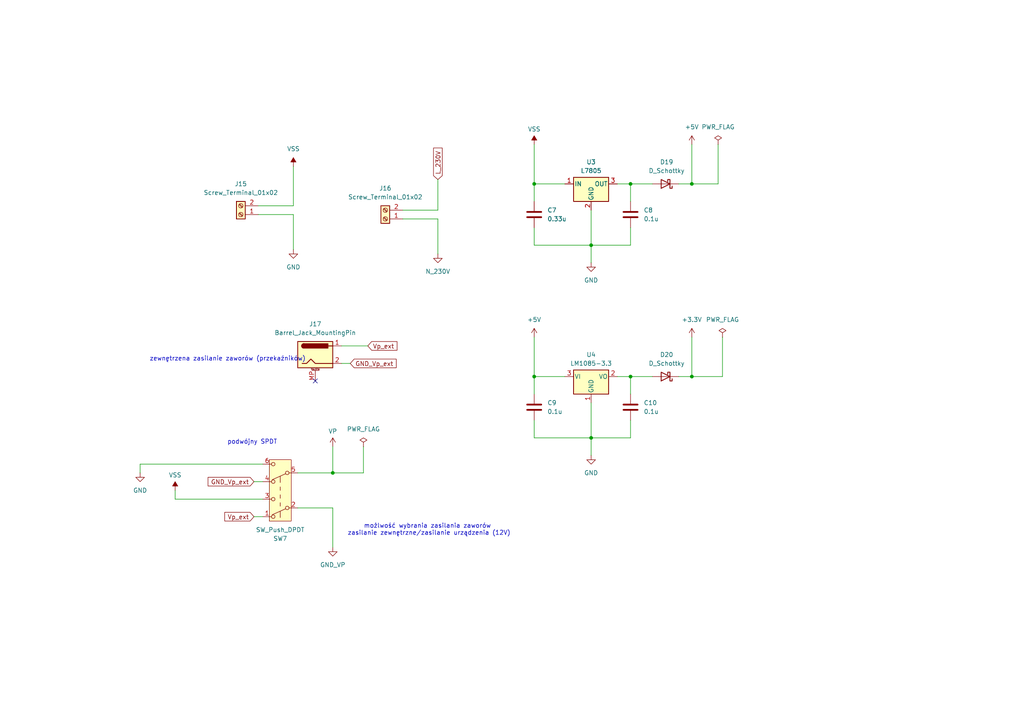
<source format=kicad_sch>
(kicad_sch (version 20250114) (generator "eeschema") (generator_version "9.0")
  (paper "A4")
  (title_block (title "Sterownik podlewania V1.1") (date "2025-10-09") (comment 1 "Praca inżynierska ") (comment 2 "Filip Gajewski"))
  (lib_symbols
    (symbol "Connector:Barrel_Jack_MountingPin" (pin_names (hide yes))
      (property "Reference" "J" (at 0 5.334 0))
      (property "Value" "Barrel_Jack_MountingPin" (at 1.27 -6.35 0))
      (symbol "Barrel_Jack_MountingPin_0_1"
        (rectangle (start -5.08 3.81) (end 5.08 -3.81) (stroke (width 0.254)) (fill (type background)))
        (polyline (pts (xy -3.81 -2.54) (xy -2.54 -2.54) (xy -1.27 -1.27) (xy 0 -2.54) (xy 2.54 -2.54) (xy 5.08 -2.54)) (stroke (width 0.254)))
        (arc (start -3.302 1.905) (mid -3.9343 2.54) (end -3.302 3.175) (stroke (width 0.254)))
        (arc (start -3.302 1.905) (mid -3.9343 2.54) (end -3.302 3.175) (stroke (width 0.254)) (fill (type outline)))
        (rectangle (start 3.683 3.175) (end -3.302 1.905) (stroke (width 0.254)) (fill (type outline)))
        (polyline (pts (xy 5.08 2.54) (xy 3.81 2.54)) (stroke (width 0.254)))
      )
      (symbol "Barrel_Jack_MountingPin_1_1"
        (polyline (pts (xy -1.016 -4.572) (xy 1.016 -4.572)) (stroke (width 0.1524)))
        (text "Mounting" (at 0 -4.191 0) (effects (font (size 0.381 0.381))))
        (pin passive line (at 0 -7.62 90) (length 3.048) (name "MountPin") (number "MP"))
        (pin passive line (at 7.62 2.54 180) (length 2.54) (name "~") (number "1"))
        (pin passive line (at 7.62 -2.54 180) (length 2.54) (name "~") (number "2"))
      )
    )
    (symbol "Connector:Screw_Terminal_01x02" (pin_names (offset 1.016) (hide yes))
      (property "Reference" "J" (at 0 2.54 0))
      (property "Value" "Screw_Terminal_01x02" (at 0 -5.08 0))
      (symbol "Screw_Terminal_01x02_1_1"
        (rectangle (start -1.27 1.27) (end 1.27 -3.81) (stroke (width 0.254)) (fill (type background)))
        (polyline (pts (xy -0.5334 0.3302) (xy 0.3302 -0.508)) (stroke (width 0.1524)))
        (polyline (pts (xy -0.5334 -2.2098) (xy 0.3302 -3.048)) (stroke (width 0.1524)))
        (polyline (pts (xy -0.3556 0.508) (xy 0.508 -0.3302)) (stroke (width 0.1524)))
        (polyline (pts (xy -0.3556 -2.032) (xy 0.508 -2.8702)) (stroke (width 0.1524)))
        (circle (center 0 0) (radius 0.635) (stroke (width 0.1524)))
        (circle (center 0 -2.54) (radius 0.635) (stroke (width 0.1524)))
        (pin passive line (at -5.08 0 0) (length 3.81) (name "Pin_1") (number "1"))
        (pin passive line (at -5.08 -2.54 0) (length 3.81) (name "Pin_2") (number "2"))
      )
    )
    (symbol "Device:C" (pin_numbers (hide yes)) (pin_names (offset 0.254))
      (property "Reference" "C" (at 0.635 2.54 0))
      (property "Value" "C" (at 0.635 -2.54 0))
      (symbol "C_0_1"
        (polyline (pts (xy -2.032 0.762) (xy 2.032 0.762)) (stroke (width 0.508)))
        (polyline (pts (xy -2.032 -0.762) (xy 2.032 -0.762)) (stroke (width 0.508)))
      )
      (symbol "C_1_1"
        (pin passive line (at 0 3.81 270) (length 2.794) (name "~") (number "1"))
        (pin passive line (at 0 -3.81 90) (length 2.794) (name "~") (number "2"))
      )
    )
    (symbol "Device:D_Schottky" (pin_numbers (hide yes)) (pin_names (offset 1.016) (hide yes))
      (property "Reference" "D" (at 0 2.54 0))
      (property "Value" "D_Schottky" (at 0 -2.54 0))
      (symbol "D_Schottky_0_1"
        (polyline (pts (xy -1.905 0.635) (xy -1.905 1.27) (xy -1.27 1.27) (xy -1.27 -1.27) (xy -0.635 -1.27) (xy -0.635 -0.635)) (stroke (width 0.254)))
        (polyline (pts (xy 1.27 1.27) (xy 1.27 -1.27) (xy -1.27 0) (xy 1.27 1.27)) (stroke (width 0.254)))
        (polyline (pts (xy 1.27 0) (xy -1.27 0)))
      )
      (symbol "D_Schottky_1_1"
        (pin passive line (at -3.81 0 0) (length 2.54) (name "K") (number "1"))
        (pin passive line (at 3.81 0 180) (length 2.54) (name "A") (number "2"))
      )
    )
    (symbol "Regulator_Linear:L7805" (pin_names (offset 0.254))
      (property "Reference" "U" (at -3.81 3.175 0))
      (property "Value" "L7805" (at 0 3.175 0))
      (symbol "L7805_0_1"
        (rectangle (start -5.08 1.905) (end 5.08 -5.08) (stroke (width 0.254)) (fill (type background)))
      )
      (symbol "L7805_1_1"
        (pin power_in line (at -7.62 0 0) (length 2.54) (name "IN") (number "1"))
        (pin power_in line (at 0 -7.62 90) (length 2.54) (name "GND") (number "2"))
        (pin power_out line (at 7.62 0 180) (length 2.54) (name "OUT") (number "3"))
      )
    )
    (symbol "Regulator_Linear:LM1085-3.3" (pin_names (offset 0.254))
      (property "Reference" "U" (at -3.81 3.175 0))
      (property "Value" "LM1085-3.3" (at 0 3.175 0))
      (symbol "LM1085-3.3_0_1"
        (rectangle (start -5.08 1.905) (end 5.08 -5.08) (stroke (width 0.254)) (fill (type background)))
      )
      (symbol "LM1085-3.3_1_1"
        (pin power_in line (at -7.62 0 0) (length 2.54) (name "VI") (number "3"))
        (pin power_in line (at 0 -7.62 90) (length 2.54) (name "GND") (number "1"))
        (pin power_out line (at 7.62 0 180) (length 2.54) (name "VO") (number "2"))
      )
    )
    (symbol "Switch:SW_Push_DPDT" (pin_names (offset 0) (hide yes))
      (property "Reference" "SW" (at 0 10.16 0))
      (property "Value" "SW_Push_DPDT" (at 0 -10.16 0))
      (symbol "SW_Push_DPDT_0_0"
        (circle (center -2.032 5.08) (radius 0.508))
        (circle (center -2.032 -5.08) (radius 0.508))
        (circle (center 2.032 2.54) (radius 0.508))
        (circle (center 2.032 -7.62) (radius 0.508))
      )
      (symbol "SW_Push_DPDT_0_1"
        (polyline (pts (xy -1.524 5.334) (xy 2.3368 7.0612)))
        (polyline (pts (xy -1.524 -4.826) (xy 2.3368 -3.0988)))
        (polyline (pts (xy 0 7.874) (xy 0 6.096)))
        (polyline (pts (xy 0 3.556) (xy 0 4.572)))
        (polyline (pts (xy 0 1.27) (xy 0 2.286)))
        (polyline (pts (xy 0 -1.016) (xy 0 0)))
        (polyline (pts (xy 0 -2.286) (xy 0 -4.064)))
        (circle (center 2.032 7.62) (radius 0.508))
        (circle (center 2.032 -2.54) (radius 0.508))
      )
      (symbol "SW_Push_DPDT_1_1"
        (rectangle (start -3.175 8.89) (end 3.175 -8.89) (fill (type background)))
        (pin passive line (at -5.08 5.08 0) (length 2.54) (name "B") (number "2"))
        (pin passive line (at -5.08 -5.08 0) (length 2.54) (name "B") (number "5"))
        (pin passive line (at 5.08 7.62 180) (length 2.54) (name "A") (number "1"))
        (pin passive line (at 5.08 2.54 180) (length 2.54) (name "C") (number "3"))
        (pin passive line (at 5.08 -2.54 180) (length 2.54) (name "A") (number "4"))
        (pin passive line (at 5.08 -7.62 180) (length 2.54) (name "C") (number "6"))
      )
    )
    (symbol "power:+5V" (power) (pin_numbers (hide yes)) (pin_names (offset 0) (hide yes))
      (property "Value" "+5V" (at 0 3.556 0))
      (symbol "+5V_0_1"
        (polyline (pts (xy -0.762 1.27) (xy 0 2.54)))
        (polyline (pts (xy 0 2.54) (xy 0.762 1.27)))
        (polyline (pts (xy 0 0) (xy 0 2.54)))
      )
      (symbol "+5V_1_1"
        (pin power_in line (at 0 0 90) (length 0) (name "~") (number "1"))
      )
    )
    (symbol "power:GND" (power) (pin_numbers (hide yes)) (pin_names (offset 0) (hide yes))
      (property "Value" "GND" (at 0 -3.81 0))
      (symbol "GND_0_1"
        (polyline (pts (xy 0 0) (xy 0 -1.27) (xy 1.27 -1.27) (xy 0 -2.54) (xy -1.27 -1.27) (xy 0 -1.27)))
      )
      (symbol "GND_1_1"
        (pin power_in line (at 0 0 270) (length 0) (name "~") (number "1"))
      )
    )
    (symbol "power:PWR_FLAG" (power) (pin_numbers (hide yes)) (pin_names (offset 0) (hide yes))
      (property "Value" "PWR_FLAG" (at 0 3.81 0))
      (symbol "PWR_FLAG_0_0"
        (pin power_out line (at 0 0 90) (length 0) (name "~") (number "1"))
      )
      (symbol "PWR_FLAG_0_1"
        (polyline (pts (xy 0 0) (xy 0 1.27) (xy -1.016 1.905) (xy 0 2.54) (xy 1.016 1.905) (xy 0 1.27)))
      )
    )
    (symbol "power:VPP" (power) (pin_numbers (hide yes)) (pin_names (offset 0) (hide yes))
      (property "Value" "VPP" (at 0 3.556 0))
      (symbol "VPP_0_1"
        (polyline (pts (xy -0.762 1.27) (xy 0 2.54)))
        (polyline (pts (xy 0 2.54) (xy 0.762 1.27)))
        (polyline (pts (xy 0 0) (xy 0 2.54)))
      )
      (symbol "VPP_1_1"
        (pin power_in line (at 0 0 90) (length 0) (name "~") (number "1"))
      )
    )
    (symbol "power:VSS" (power) (pin_numbers (hide yes)) (pin_names (offset 0) (hide yes))
      (property "Value" "VSS" (at 0 3.556 0))
      (symbol "VSS_0_1"
        (polyline (pts (xy 0 0) (xy 0 2.54)))
        (polyline (pts (xy 0.762 1.27) (xy -0.762 1.27) (xy 0 2.54) (xy 0.762 1.27)) (fill (type outline)))
      )
      (symbol "VSS_1_1"
        (pin power_in line (at 0 0 90) (length 0) (name "~") (number "1"))
      )
    )
  )
  (text "możlwość wybrania zasilania zaworów \nzasilanie zewnętrzne/zasilanie urządzenia (12V)" (at 124.46 153.67 0) (effects (font (size 1.27 1.27))))
  (text "zewnętrzena zasilanie zaworów (przekaźników)\n" (at 66.04 104.14 0) (effects (font (size 1.27 1.27))))
  (text "podwójny SPDT " (at 73.66 128.27 0) (effects (font (size 1.27 1.27))))
  (junction (at 171.45 71.12))
  (junction (at 182.88 109.22))
  (junction (at 200.66 53.34))
  (junction (at 154.94 53.34))
  (junction (at 96.52 137.16))
  (junction (at 154.94 109.22))
  (junction (at 171.45 127))
  (junction (at 182.88 53.34))
  (junction (at 200.66 109.22))
  (no_connect (at 91.44 110.49))
  (wire (pts (xy 171.45 127) (xy 171.45 132.08)))
  (wire (pts (xy 171.45 127) (xy 182.88 127)))
  (wire (pts (xy 154.94 114.3) (xy 154.94 109.22)))
  (wire (pts (xy 105.41 137.16) (xy 96.52 137.16)))
  (wire (pts (xy 96.52 129.54) (xy 96.52 137.16)))
  (wire (pts (xy 127 52.07) (xy 127 60.96)))
  (wire (pts (xy 154.94 127) (xy 154.94 121.92)))
  (wire (pts (xy 200.66 41.91) (xy 200.66 53.34)))
  (wire (pts (xy 105.41 129.54) (xy 105.41 137.16)))
  (wire (pts (xy 127 60.96) (xy 116.84 60.96)))
  (wire (pts (xy 74.93 59.69) (xy 85.09 59.69)))
  (wire (pts (xy 200.66 53.34) (xy 196.85 53.34)))
  (wire (pts (xy 99.06 100.33) (xy 106.68 100.33)))
  (wire (pts (xy 182.88 58.42) (xy 182.88 53.34)))
  (wire (pts (xy 171.45 71.12) (xy 171.45 76.2)))
  (wire (pts (xy 182.88 114.3) (xy 182.88 109.22)))
  (wire (pts (xy 154.94 58.42) (xy 154.94 53.34)))
  (wire (pts (xy 85.09 62.23) (xy 74.93 62.23)))
  (wire (pts (xy 182.88 121.92) (xy 182.88 127)))
  (wire (pts (xy 50.8 144.78) (xy 50.8 142.24)))
  (wire (pts (xy 154.94 97.79) (xy 154.94 109.22)))
  (wire (pts (xy 76.2 139.7) (xy 73.66 139.7)))
  (wire (pts (xy 171.45 116.84) (xy 171.45 127)))
  (wire (pts (xy 189.23 109.22) (xy 182.88 109.22)))
  (wire (pts (xy 189.23 53.34) (xy 182.88 53.34)))
  (wire (pts (xy 96.52 147.32) (xy 96.52 158.75)))
  (wire (pts (xy 76.2 149.86) (xy 73.66 149.86)))
  (wire (pts (xy 200.66 109.22) (xy 200.66 97.79)))
  (wire (pts (xy 208.28 41.91) (xy 208.28 53.34)))
  (wire (pts (xy 86.36 137.16) (xy 96.52 137.16)))
  (wire (pts (xy 154.94 109.22) (xy 163.83 109.22)))
  (wire (pts (xy 96.52 147.32) (xy 86.36 147.32)))
  (wire (pts (xy 200.66 109.22) (xy 209.55 109.22)))
  (wire (pts (xy 127 63.5) (xy 127 73.66)))
  (wire (pts (xy 154.94 71.12) (xy 154.94 66.04)))
  (wire (pts (xy 208.28 53.34) (xy 200.66 53.34)))
  (wire (pts (xy 40.64 134.62) (xy 76.2 134.62)))
  (wire (pts (xy 50.8 144.78) (xy 76.2 144.78)))
  (wire (pts (xy 154.94 53.34) (xy 163.83 53.34)))
  (wire (pts (xy 182.88 53.34) (xy 179.07 53.34)))
  (wire (pts (xy 154.94 41.91) (xy 154.94 53.34)))
  (wire (pts (xy 85.09 48.26) (xy 85.09 59.69)))
  (wire (pts (xy 127 63.5) (xy 116.84 63.5)))
  (wire (pts (xy 99.06 105.41) (xy 101.6 105.41)))
  (wire (pts (xy 171.45 60.96) (xy 171.45 71.12)))
  (wire (pts (xy 182.88 66.04) (xy 182.88 71.12)))
  (wire (pts (xy 40.64 134.62) (xy 40.64 137.16)))
  (wire (pts (xy 85.09 62.23) (xy 85.09 72.39)))
  (wire (pts (xy 154.94 71.12) (xy 171.45 71.12)))
  (wire (pts (xy 196.85 109.22) (xy 200.66 109.22)))
  (wire (pts (xy 209.55 97.79) (xy 209.55 109.22)))
  (wire (pts (xy 154.94 127) (xy 171.45 127)))
  (wire (pts (xy 182.88 109.22) (xy 179.07 109.22)))
  (wire (pts (xy 171.45 71.12) (xy 182.88 71.12)))
  (global_label "Vp_ext" (shape input) (at 106.68 100.33 0) (property "Intersheetrefs" "${INTERSHEET_REFS}" (effects (hide yes))))
  (global_label "Vp_ext" (shape input) (at 73.66 149.86 180) (property "Intersheetrefs" "${INTERSHEET_REFS}" (effects (hide yes))))
  (global_label "GND_Vp_ext" (shape input) (at 73.66 139.7 180) (property "Intersheetrefs" "${INTERSHEET_REFS}" (effects (hide yes))))
  (global_label "GND_Vp_ext" (shape input) (at 101.6 105.41 0) (property "Intersheetrefs" "${INTERSHEET_REFS}" (effects (hide yes))))
  (global_label "L_230V" (shape input) (at 127 52.07 90) (property "Intersheetrefs" "${INTERSHEET_REFS}" (effects (hide yes))))
  (symbol (lib_id "power:GND") (at 171.45 132.08 0) (unit 1)
    (property "Reference" "#PWR074" (effects (hide yes)))
    (property "Value" "GND" (at 171.45 137.16 0))
    (property "Description" "Power symbol creates a global label with name \"GND\" , ground" (effects (hide yes)))
  )
  (symbol (lib_id "power:VSS") (at 154.94 41.91 0) (unit 1)
    (property "Reference" "#PWR077" (effects (hide yes)))
    (property "Value" "VSS" (at 154.94 37.465 0))
    (property "Description" "Power symbol creates a global label with name \"VSS\"" (effects (hide yes)))
  )
  (symbol (lib_id "Regulator_Linear:L7805") (at 171.45 53.34 0) (unit 1)
    (property "Reference" "U3" (at 171.45 46.99 0))
    (property "Value" "L7805" (at 171.45 49.53 0))
    (property "Footprint" "Package_TO_SOT_THT:TO-220-3_Vertical" (effects (hide yes)))
    (property "Datasheet" "http://www.st.com/content/ccc/resource/technical/document/datasheet/41/4f/b3/b0/12/d4/47/88/CD00000444.pdf/files/CD00000444.pdf/jcr:content/translations/en.CD00000444.pdf" (effects (hide yes)))
    (property "Description" "Positive 1.5A 35V Linear Regulator, Fixed Output 5V, TO-220/TO-263/TO-252" (effects (hide yes)))
  )
  (symbol (lib_id "Device:C") (at 154.94 62.23 0) (unit 1)
    (property "Reference" "C7" (at 158.75 60.9599 0) (effects (justify left)))
    (property "Value" "0.33u" (at 158.75 63.4999 0) (effects (justify left)))
    (property "Description" "Unpolarized capacitor" (effects (hide yes)))
  )
  (symbol (lib_id "power:+5V") (at 200.66 97.79 0) (unit 1)
    (property "Reference" "#PWR073" (effects (hide yes)))
    (property "Value" "+3.3V" (at 200.66 92.71 0))
    (property "Description" "Power symbol creates a global label with name \"+5V\"" (effects (hide yes)))
  )
  (symbol (lib_id "Device:C") (at 182.88 118.11 0) (unit 1)
    (property "Reference" "C10" (at 186.69 116.8399 0) (effects (justify left)))
    (property "Value" "0.1u" (at 186.69 119.3799 0) (effects (justify left)))
    (property "Description" "Unpolarized capacitor" (effects (hide yes)))
  )
  (symbol (lib_id "power:GND") (at 85.09 72.39 0) (unit 1)
    (property "Reference" "#PWR069" (effects (hide yes)))
    (property "Value" "GND" (at 85.09 77.47 0))
    (property "Description" "Power symbol creates a global label with name \"GND\" , ground" (effects (hide yes)))
  )
  (symbol (lib_id "power:PWR_FLAG") (at 209.55 97.79 0) (unit 1)
    (property "Reference" "#FLG02" (effects (hide yes)))
    (property "Value" "PWR_FLAG" (at 209.55 92.71 0))
    (property "Description" "Special symbol for telling ERC where power comes from" (effects (hide yes)))
  )
  (symbol (lib_id "power:GND") (at 96.52 158.75 0) (unit 1)
    (property "Reference" "#PWR086" (effects (hide yes)))
    (property "Value" "GND_VP" (at 96.52 163.83 0))
    (property "Description" "Power symbol creates a global label with name \"GND\" , ground" (effects (hide yes)))
  )
  (symbol (lib_id "power:GND") (at 127 73.66 0) (unit 1)
    (property "Reference" "#PWR070" (effects (hide yes)))
    (property "Value" "N_230V" (at 127 78.74 0))
    (property "Description" "Power symbol creates a global label with name \"GND\" , ground" (effects (hide yes)))
  )
  (symbol (lib_id "power:PWR_FLAG") (at 105.41 129.54 0) (unit 1)
    (property "Reference" "#FLG03" (effects (hide yes)))
    (property "Value" "PWR_FLAG" (at 105.41 124.46 0))
    (property "Description" "Special symbol for telling ERC where power comes from" (effects (hide yes)))
  )
  (symbol (lib_id "power:VSS") (at 50.8 142.24 0) (unit 1)
    (property "Reference" "#PWR083" (effects (hide yes)))
    (property "Value" "VSS" (at 50.8 137.795 0))
    (property "Description" "Power symbol creates a global label with name \"VSS\"" (effects (hide yes)))
  )
  (symbol (lib_id "Device:C") (at 182.88 62.23 0) (unit 1)
    (property "Reference" "C8" (at 186.69 60.9599 0) (effects (justify left)))
    (property "Value" "0.1u" (at 186.69 63.4999 0) (effects (justify left)))
    (property "Description" "Unpolarized capacitor" (effects (hide yes)))
  )
  (symbol (lib_id "power:+5V") (at 154.94 97.79 0) (unit 1)
    (property "Reference" "#PWR072" (effects (hide yes)))
    (property "Value" "+5V" (at 154.94 92.71 0))
    (property "Description" "Power symbol creates a global label with name \"+5V\"" (effects (hide yes)))
  )
  (symbol (lib_id "power:+5V") (at 200.66 41.91 0) (unit 1)
    (property "Reference" "#PWR068" (effects (hide yes)))
    (property "Value" "+5V" (at 200.66 36.83 0))
    (property "Description" "Power symbol creates a global label with name \"+5V\"" (effects (hide yes)))
  )
  (symbol (lib_id "power:GND") (at 171.45 76.2 0) (unit 1)
    (property "Reference" "#PWR071" (effects (hide yes)))
    (property "Value" "GND" (at 171.45 81.28 0))
    (property "Description" "Power symbol creates a global label with name \"GND\" , ground" (effects (hide yes)))
  )
  (symbol (lib_id "Regulator_Linear:LM1085-3.3") (at 171.45 109.22 0) (unit 1)
    (property "Reference" "U4" (at 171.45 102.87 0))
    (property "Value" "LM1085-3.3" (at 171.45 105.41 0))
    (property "Datasheet" "http://www.ti.com/lit/ds/symlink/lm1085.pdf" (effects (hide yes)))
    (property "Description" "3A 27V Linear Regulator, Fixed Output 3.3V, TO-220/TO-263" (effects (hide yes)))
  )
  (symbol (lib_id "power:VPP") (at 96.52 129.54 0) (unit 1)
    (property "Reference" "#PWR085" (effects (hide yes)))
    (property "Value" "VP" (at 96.52 125.095 0))
    (property "Description" "Power symbol creates a global label with name \"VPP\"" (effects (hide yes)))
  )
  (symbol (lib_id "Switch:SW_Push_DPDT") (at 81.28 142.24 180) (unit 1)
    (property "Reference" "SW7" (at 81.28 156.21 0))
    (property "Value" "SW_Push_DPDT" (at 81.28 153.67 0))
    (property "Description" "Momentary Switch, dual pole double throw" (effects (hide yes)))
  )
  (symbol (lib_id "Connector:Screw_Terminal_01x02") (at 69.85 62.23 180) (unit 1)
    (property "Reference" "J15" (at 69.85 53.34 0))
    (property "Value" "Screw_Terminal_01x02" (at 69.85 55.88 0))
    (property "Footprint" "TerminalBlock:TerminalBlock_MaiXu_MX126-5.0-02P_1x02_P5.00mm" (effects (hide yes)))
    (property "Description" "Generic screw terminal, single row, 01x02, script generated (kicad-library-utils/schlib/autogen/connector/)" (effects (hide yes)))
  )
  (symbol (lib_id "Device:D_Schottky") (at 193.04 109.22 180) (unit 1)
    (property "Reference" "D20" (at 193.3575 102.87 0))
    (property "Value" "D_Schottky" (at 193.3575 105.41 0))
    (property "Description" "Schottky diode" (effects (hide yes)))
  )
  (symbol (lib_id "power:VSS") (at 85.09 48.26 0) (unit 1)
    (property "Reference" "#PWR042" (effects (hide yes)))
    (property "Value" "VSS" (at 85.09 43.18 0))
    (property "Description" "Power symbol creates a global label with name \"VSS\"" (effects (hide yes)))
  )
  (symbol (lib_id "Device:C") (at 154.94 118.11 0) (unit 1)
    (property "Reference" "C9" (at 158.75 116.8399 0) (effects (justify left)))
    (property "Value" "0.1u" (at 158.75 119.3799 0) (effects (justify left)))
    (property "Description" "Unpolarized capacitor" (effects (hide yes)))
  )
  (symbol (lib_id "power:GND") (at 40.64 137.16 0) (unit 1)
    (property "Reference" "#PWR084" (effects (hide yes)))
    (property "Value" "GND" (at 40.64 142.24 0))
    (property "Description" "Power symbol creates a global label with name \"GND\" , ground" (effects (hide yes)))
  )
  (symbol (lib_id "Connector:Barrel_Jack_MountingPin") (at 91.44 102.87 0) (unit 1)
    (property "Reference" "J17" (at 91.44 93.98 0))
    (property "Value" "Barrel_Jack_MountingPin" (at 91.44 96.52 0))
    (property "Description" "DC Barrel Jack with a mounting pin" (effects (hide yes)))
  )
  (symbol (lib_id "power:PWR_FLAG") (at 208.28 41.91 0) (unit 1)
    (property "Reference" "#FLG01" (effects (hide yes)))
    (property "Value" "PWR_FLAG" (at 208.28 36.83 0))
    (property "Description" "Special symbol for telling ERC where power comes from" (effects (hide yes)))
  )
  (symbol (lib_id "Device:D_Schottky") (at 193.04 53.34 180) (unit 1)
    (property "Reference" "D19" (at 193.3575 46.99 0))
    (property "Value" "D_Schottky" (at 193.3575 49.53 0))
    (property "Description" "Schottky diode" (effects (hide yes)))
  )
  (symbol (lib_id "Connector:Screw_Terminal_01x02") (at 111.76 63.5 180) (unit 1)
    (property "Reference" "J16" (at 111.76 54.61 0))
    (property "Value" "Screw_Terminal_01x02" (at 111.76 57.15 0))
    (property "Footprint" "TerminalBlock:TerminalBlock_MaiXu_MX126-5.0-02P_1x02_P5.00mm" (effects (hide yes)))
    (property "Description" "Generic screw terminal, single row, 01x02, script generated (kicad-library-utils/schlib/autogen/connector/)" (effects (hide yes)))
  )
)
</source>
